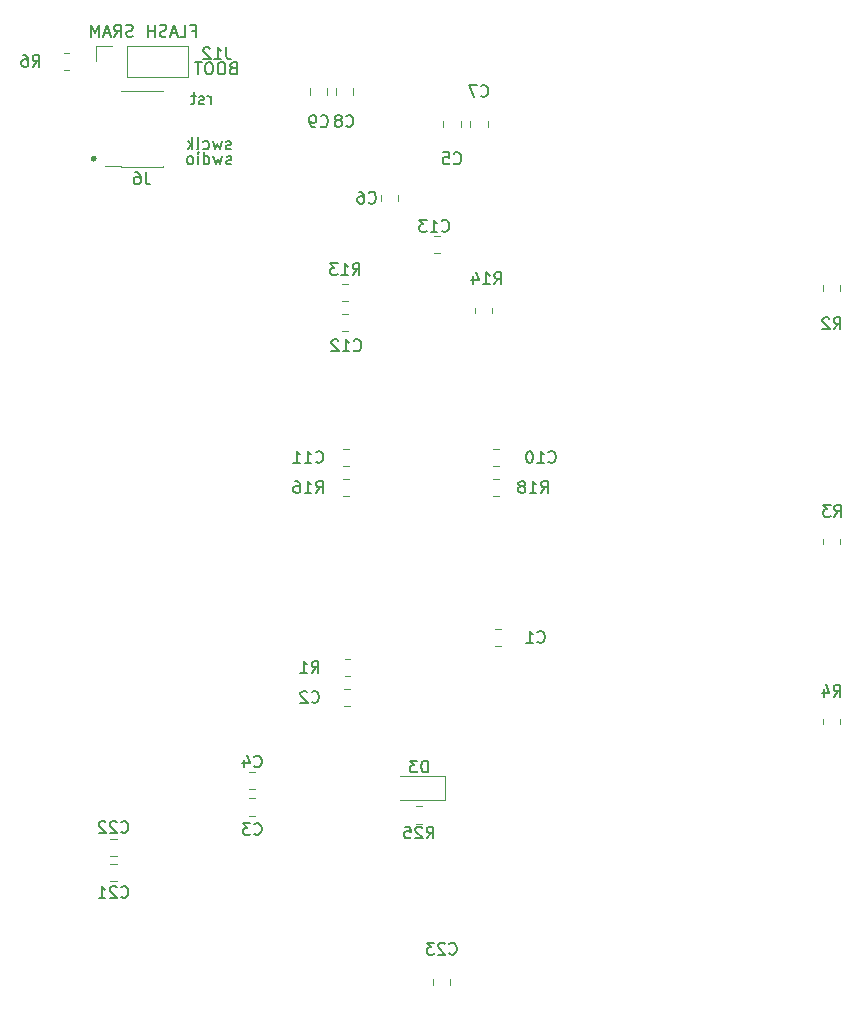
<source format=gbr>
%TF.GenerationSoftware,KiCad,Pcbnew,7.0.1-3b83917a11~172~ubuntu22.04.1*%
%TF.CreationDate,2023-04-03T22:42:05+01:00*%
%TF.ProjectId,adsr_vca_fx,61647372-5f76-4636-915f-66782e6b6963,rev?*%
%TF.SameCoordinates,Original*%
%TF.FileFunction,Legend,Bot*%
%TF.FilePolarity,Positive*%
%FSLAX46Y46*%
G04 Gerber Fmt 4.6, Leading zero omitted, Abs format (unit mm)*
G04 Created by KiCad (PCBNEW 7.0.1-3b83917a11~172~ubuntu22.04.1) date 2023-04-03 22:42:05*
%MOMM*%
%LPD*%
G01*
G04 APERTURE LIST*
%ADD10C,0.500000*%
%ADD11C,0.150000*%
%ADD12C,0.120000*%
G04 APERTURE END LIST*
D10*
X93726001Y-65405000D02*
G75*
G03*
X93726001Y-65405000I-1J0D01*
G01*
D11*
%TO.C,R4*%
X156376666Y-110952619D02*
X156709999Y-110476428D01*
X156948094Y-110952619D02*
X156948094Y-109952619D01*
X156948094Y-109952619D02*
X156567142Y-109952619D01*
X156567142Y-109952619D02*
X156471904Y-110000238D01*
X156471904Y-110000238D02*
X156424285Y-110047857D01*
X156424285Y-110047857D02*
X156376666Y-110143095D01*
X156376666Y-110143095D02*
X156376666Y-110285952D01*
X156376666Y-110285952D02*
X156424285Y-110381190D01*
X156424285Y-110381190D02*
X156471904Y-110428809D01*
X156471904Y-110428809D02*
X156567142Y-110476428D01*
X156567142Y-110476428D02*
X156948094Y-110476428D01*
X155519523Y-110285952D02*
X155519523Y-110952619D01*
X155757618Y-109905000D02*
X155995713Y-110619285D01*
X155995713Y-110619285D02*
X155376666Y-110619285D01*
%TO.C,C12*%
X115756057Y-81607180D02*
X115803676Y-81654800D01*
X115803676Y-81654800D02*
X115946533Y-81702419D01*
X115946533Y-81702419D02*
X116041771Y-81702419D01*
X116041771Y-81702419D02*
X116184628Y-81654800D01*
X116184628Y-81654800D02*
X116279866Y-81559561D01*
X116279866Y-81559561D02*
X116327485Y-81464323D01*
X116327485Y-81464323D02*
X116375104Y-81273847D01*
X116375104Y-81273847D02*
X116375104Y-81130990D01*
X116375104Y-81130990D02*
X116327485Y-80940514D01*
X116327485Y-80940514D02*
X116279866Y-80845276D01*
X116279866Y-80845276D02*
X116184628Y-80750038D01*
X116184628Y-80750038D02*
X116041771Y-80702419D01*
X116041771Y-80702419D02*
X115946533Y-80702419D01*
X115946533Y-80702419D02*
X115803676Y-80750038D01*
X115803676Y-80750038D02*
X115756057Y-80797657D01*
X114803676Y-81702419D02*
X115375104Y-81702419D01*
X115089390Y-81702419D02*
X115089390Y-80702419D01*
X115089390Y-80702419D02*
X115184628Y-80845276D01*
X115184628Y-80845276D02*
X115279866Y-80940514D01*
X115279866Y-80940514D02*
X115375104Y-80988133D01*
X114422723Y-80797657D02*
X114375104Y-80750038D01*
X114375104Y-80750038D02*
X114279866Y-80702419D01*
X114279866Y-80702419D02*
X114041771Y-80702419D01*
X114041771Y-80702419D02*
X113946533Y-80750038D01*
X113946533Y-80750038D02*
X113898914Y-80797657D01*
X113898914Y-80797657D02*
X113851295Y-80892895D01*
X113851295Y-80892895D02*
X113851295Y-80988133D01*
X113851295Y-80988133D02*
X113898914Y-81130990D01*
X113898914Y-81130990D02*
X114470342Y-81702419D01*
X114470342Y-81702419D02*
X113851295Y-81702419D01*
%TO.C,C9*%
X112942666Y-62638780D02*
X112990285Y-62686400D01*
X112990285Y-62686400D02*
X113133142Y-62734019D01*
X113133142Y-62734019D02*
X113228380Y-62734019D01*
X113228380Y-62734019D02*
X113371237Y-62686400D01*
X113371237Y-62686400D02*
X113466475Y-62591161D01*
X113466475Y-62591161D02*
X113514094Y-62495923D01*
X113514094Y-62495923D02*
X113561713Y-62305447D01*
X113561713Y-62305447D02*
X113561713Y-62162590D01*
X113561713Y-62162590D02*
X113514094Y-61972114D01*
X113514094Y-61972114D02*
X113466475Y-61876876D01*
X113466475Y-61876876D02*
X113371237Y-61781638D01*
X113371237Y-61781638D02*
X113228380Y-61734019D01*
X113228380Y-61734019D02*
X113133142Y-61734019D01*
X113133142Y-61734019D02*
X112990285Y-61781638D01*
X112990285Y-61781638D02*
X112942666Y-61829257D01*
X112466475Y-62734019D02*
X112275999Y-62734019D01*
X112275999Y-62734019D02*
X112180761Y-62686400D01*
X112180761Y-62686400D02*
X112133142Y-62638780D01*
X112133142Y-62638780D02*
X112037904Y-62495923D01*
X112037904Y-62495923D02*
X111990285Y-62305447D01*
X111990285Y-62305447D02*
X111990285Y-61924495D01*
X111990285Y-61924495D02*
X112037904Y-61829257D01*
X112037904Y-61829257D02*
X112085523Y-61781638D01*
X112085523Y-61781638D02*
X112180761Y-61734019D01*
X112180761Y-61734019D02*
X112371237Y-61734019D01*
X112371237Y-61734019D02*
X112466475Y-61781638D01*
X112466475Y-61781638D02*
X112514094Y-61829257D01*
X112514094Y-61829257D02*
X112561713Y-61924495D01*
X112561713Y-61924495D02*
X112561713Y-62162590D01*
X112561713Y-62162590D02*
X112514094Y-62257828D01*
X112514094Y-62257828D02*
X112466475Y-62305447D01*
X112466475Y-62305447D02*
X112371237Y-62353066D01*
X112371237Y-62353066D02*
X112180761Y-62353066D01*
X112180761Y-62353066D02*
X112085523Y-62305447D01*
X112085523Y-62305447D02*
X112037904Y-62257828D01*
X112037904Y-62257828D02*
X111990285Y-62162590D01*
%TO.C,R2*%
X156376666Y-79837619D02*
X156709999Y-79361428D01*
X156948094Y-79837619D02*
X156948094Y-78837619D01*
X156948094Y-78837619D02*
X156567142Y-78837619D01*
X156567142Y-78837619D02*
X156471904Y-78885238D01*
X156471904Y-78885238D02*
X156424285Y-78932857D01*
X156424285Y-78932857D02*
X156376666Y-79028095D01*
X156376666Y-79028095D02*
X156376666Y-79170952D01*
X156376666Y-79170952D02*
X156424285Y-79266190D01*
X156424285Y-79266190D02*
X156471904Y-79313809D01*
X156471904Y-79313809D02*
X156567142Y-79361428D01*
X156567142Y-79361428D02*
X156948094Y-79361428D01*
X155995713Y-78932857D02*
X155948094Y-78885238D01*
X155948094Y-78885238D02*
X155852856Y-78837619D01*
X155852856Y-78837619D02*
X155614761Y-78837619D01*
X155614761Y-78837619D02*
X155519523Y-78885238D01*
X155519523Y-78885238D02*
X155471904Y-78932857D01*
X155471904Y-78932857D02*
X155424285Y-79028095D01*
X155424285Y-79028095D02*
X155424285Y-79123333D01*
X155424285Y-79123333D02*
X155471904Y-79266190D01*
X155471904Y-79266190D02*
X156043332Y-79837619D01*
X156043332Y-79837619D02*
X155424285Y-79837619D01*
%TO.C,R14*%
X127642857Y-76027619D02*
X127976190Y-75551428D01*
X128214285Y-76027619D02*
X128214285Y-75027619D01*
X128214285Y-75027619D02*
X127833333Y-75027619D01*
X127833333Y-75027619D02*
X127738095Y-75075238D01*
X127738095Y-75075238D02*
X127690476Y-75122857D01*
X127690476Y-75122857D02*
X127642857Y-75218095D01*
X127642857Y-75218095D02*
X127642857Y-75360952D01*
X127642857Y-75360952D02*
X127690476Y-75456190D01*
X127690476Y-75456190D02*
X127738095Y-75503809D01*
X127738095Y-75503809D02*
X127833333Y-75551428D01*
X127833333Y-75551428D02*
X128214285Y-75551428D01*
X126690476Y-76027619D02*
X127261904Y-76027619D01*
X126976190Y-76027619D02*
X126976190Y-75027619D01*
X126976190Y-75027619D02*
X127071428Y-75170476D01*
X127071428Y-75170476D02*
X127166666Y-75265714D01*
X127166666Y-75265714D02*
X127261904Y-75313333D01*
X125833333Y-75360952D02*
X125833333Y-76027619D01*
X126071428Y-74980000D02*
X126309523Y-75694285D01*
X126309523Y-75694285D02*
X125690476Y-75694285D01*
%TO.C,C22*%
X96049857Y-122385380D02*
X96097476Y-122433000D01*
X96097476Y-122433000D02*
X96240333Y-122480619D01*
X96240333Y-122480619D02*
X96335571Y-122480619D01*
X96335571Y-122480619D02*
X96478428Y-122433000D01*
X96478428Y-122433000D02*
X96573666Y-122337761D01*
X96573666Y-122337761D02*
X96621285Y-122242523D01*
X96621285Y-122242523D02*
X96668904Y-122052047D01*
X96668904Y-122052047D02*
X96668904Y-121909190D01*
X96668904Y-121909190D02*
X96621285Y-121718714D01*
X96621285Y-121718714D02*
X96573666Y-121623476D01*
X96573666Y-121623476D02*
X96478428Y-121528238D01*
X96478428Y-121528238D02*
X96335571Y-121480619D01*
X96335571Y-121480619D02*
X96240333Y-121480619D01*
X96240333Y-121480619D02*
X96097476Y-121528238D01*
X96097476Y-121528238D02*
X96049857Y-121575857D01*
X95668904Y-121575857D02*
X95621285Y-121528238D01*
X95621285Y-121528238D02*
X95526047Y-121480619D01*
X95526047Y-121480619D02*
X95287952Y-121480619D01*
X95287952Y-121480619D02*
X95192714Y-121528238D01*
X95192714Y-121528238D02*
X95145095Y-121575857D01*
X95145095Y-121575857D02*
X95097476Y-121671095D01*
X95097476Y-121671095D02*
X95097476Y-121766333D01*
X95097476Y-121766333D02*
X95145095Y-121909190D01*
X95145095Y-121909190D02*
X95716523Y-122480619D01*
X95716523Y-122480619D02*
X95097476Y-122480619D01*
X94716523Y-121575857D02*
X94668904Y-121528238D01*
X94668904Y-121528238D02*
X94573666Y-121480619D01*
X94573666Y-121480619D02*
X94335571Y-121480619D01*
X94335571Y-121480619D02*
X94240333Y-121528238D01*
X94240333Y-121528238D02*
X94192714Y-121575857D01*
X94192714Y-121575857D02*
X94145095Y-121671095D01*
X94145095Y-121671095D02*
X94145095Y-121766333D01*
X94145095Y-121766333D02*
X94192714Y-121909190D01*
X94192714Y-121909190D02*
X94764142Y-122480619D01*
X94764142Y-122480619D02*
X94145095Y-122480619D01*
%TO.C,C6*%
X117006666Y-69110380D02*
X117054285Y-69158000D01*
X117054285Y-69158000D02*
X117197142Y-69205619D01*
X117197142Y-69205619D02*
X117292380Y-69205619D01*
X117292380Y-69205619D02*
X117435237Y-69158000D01*
X117435237Y-69158000D02*
X117530475Y-69062761D01*
X117530475Y-69062761D02*
X117578094Y-68967523D01*
X117578094Y-68967523D02*
X117625713Y-68777047D01*
X117625713Y-68777047D02*
X117625713Y-68634190D01*
X117625713Y-68634190D02*
X117578094Y-68443714D01*
X117578094Y-68443714D02*
X117530475Y-68348476D01*
X117530475Y-68348476D02*
X117435237Y-68253238D01*
X117435237Y-68253238D02*
X117292380Y-68205619D01*
X117292380Y-68205619D02*
X117197142Y-68205619D01*
X117197142Y-68205619D02*
X117054285Y-68253238D01*
X117054285Y-68253238D02*
X117006666Y-68300857D01*
X116149523Y-68205619D02*
X116339999Y-68205619D01*
X116339999Y-68205619D02*
X116435237Y-68253238D01*
X116435237Y-68253238D02*
X116482856Y-68300857D01*
X116482856Y-68300857D02*
X116578094Y-68443714D01*
X116578094Y-68443714D02*
X116625713Y-68634190D01*
X116625713Y-68634190D02*
X116625713Y-69015142D01*
X116625713Y-69015142D02*
X116578094Y-69110380D01*
X116578094Y-69110380D02*
X116530475Y-69158000D01*
X116530475Y-69158000D02*
X116435237Y-69205619D01*
X116435237Y-69205619D02*
X116244761Y-69205619D01*
X116244761Y-69205619D02*
X116149523Y-69158000D01*
X116149523Y-69158000D02*
X116101904Y-69110380D01*
X116101904Y-69110380D02*
X116054285Y-69015142D01*
X116054285Y-69015142D02*
X116054285Y-68777047D01*
X116054285Y-68777047D02*
X116101904Y-68681809D01*
X116101904Y-68681809D02*
X116149523Y-68634190D01*
X116149523Y-68634190D02*
X116244761Y-68586571D01*
X116244761Y-68586571D02*
X116435237Y-68586571D01*
X116435237Y-68586571D02*
X116530475Y-68634190D01*
X116530475Y-68634190D02*
X116578094Y-68681809D01*
X116578094Y-68681809D02*
X116625713Y-68777047D01*
%TO.C,C21*%
X96049857Y-127904380D02*
X96097476Y-127952000D01*
X96097476Y-127952000D02*
X96240333Y-127999619D01*
X96240333Y-127999619D02*
X96335571Y-127999619D01*
X96335571Y-127999619D02*
X96478428Y-127952000D01*
X96478428Y-127952000D02*
X96573666Y-127856761D01*
X96573666Y-127856761D02*
X96621285Y-127761523D01*
X96621285Y-127761523D02*
X96668904Y-127571047D01*
X96668904Y-127571047D02*
X96668904Y-127428190D01*
X96668904Y-127428190D02*
X96621285Y-127237714D01*
X96621285Y-127237714D02*
X96573666Y-127142476D01*
X96573666Y-127142476D02*
X96478428Y-127047238D01*
X96478428Y-127047238D02*
X96335571Y-126999619D01*
X96335571Y-126999619D02*
X96240333Y-126999619D01*
X96240333Y-126999619D02*
X96097476Y-127047238D01*
X96097476Y-127047238D02*
X96049857Y-127094857D01*
X95668904Y-127094857D02*
X95621285Y-127047238D01*
X95621285Y-127047238D02*
X95526047Y-126999619D01*
X95526047Y-126999619D02*
X95287952Y-126999619D01*
X95287952Y-126999619D02*
X95192714Y-127047238D01*
X95192714Y-127047238D02*
X95145095Y-127094857D01*
X95145095Y-127094857D02*
X95097476Y-127190095D01*
X95097476Y-127190095D02*
X95097476Y-127285333D01*
X95097476Y-127285333D02*
X95145095Y-127428190D01*
X95145095Y-127428190D02*
X95716523Y-127999619D01*
X95716523Y-127999619D02*
X95097476Y-127999619D01*
X94145095Y-127999619D02*
X94716523Y-127999619D01*
X94430809Y-127999619D02*
X94430809Y-126999619D01*
X94430809Y-126999619D02*
X94526047Y-127142476D01*
X94526047Y-127142476D02*
X94621285Y-127237714D01*
X94621285Y-127237714D02*
X94716523Y-127285333D01*
%TO.C,C10*%
X132230357Y-91060380D02*
X132277976Y-91108000D01*
X132277976Y-91108000D02*
X132420833Y-91155619D01*
X132420833Y-91155619D02*
X132516071Y-91155619D01*
X132516071Y-91155619D02*
X132658928Y-91108000D01*
X132658928Y-91108000D02*
X132754166Y-91012761D01*
X132754166Y-91012761D02*
X132801785Y-90917523D01*
X132801785Y-90917523D02*
X132849404Y-90727047D01*
X132849404Y-90727047D02*
X132849404Y-90584190D01*
X132849404Y-90584190D02*
X132801785Y-90393714D01*
X132801785Y-90393714D02*
X132754166Y-90298476D01*
X132754166Y-90298476D02*
X132658928Y-90203238D01*
X132658928Y-90203238D02*
X132516071Y-90155619D01*
X132516071Y-90155619D02*
X132420833Y-90155619D01*
X132420833Y-90155619D02*
X132277976Y-90203238D01*
X132277976Y-90203238D02*
X132230357Y-90250857D01*
X131277976Y-91155619D02*
X131849404Y-91155619D01*
X131563690Y-91155619D02*
X131563690Y-90155619D01*
X131563690Y-90155619D02*
X131658928Y-90298476D01*
X131658928Y-90298476D02*
X131754166Y-90393714D01*
X131754166Y-90393714D02*
X131849404Y-90441333D01*
X130658928Y-90155619D02*
X130563690Y-90155619D01*
X130563690Y-90155619D02*
X130468452Y-90203238D01*
X130468452Y-90203238D02*
X130420833Y-90250857D01*
X130420833Y-90250857D02*
X130373214Y-90346095D01*
X130373214Y-90346095D02*
X130325595Y-90536571D01*
X130325595Y-90536571D02*
X130325595Y-90774666D01*
X130325595Y-90774666D02*
X130373214Y-90965142D01*
X130373214Y-90965142D02*
X130420833Y-91060380D01*
X130420833Y-91060380D02*
X130468452Y-91108000D01*
X130468452Y-91108000D02*
X130563690Y-91155619D01*
X130563690Y-91155619D02*
X130658928Y-91155619D01*
X130658928Y-91155619D02*
X130754166Y-91108000D01*
X130754166Y-91108000D02*
X130801785Y-91060380D01*
X130801785Y-91060380D02*
X130849404Y-90965142D01*
X130849404Y-90965142D02*
X130897023Y-90774666D01*
X130897023Y-90774666D02*
X130897023Y-90536571D01*
X130897023Y-90536571D02*
X130849404Y-90346095D01*
X130849404Y-90346095D02*
X130801785Y-90250857D01*
X130801785Y-90250857D02*
X130754166Y-90203238D01*
X130754166Y-90203238D02*
X130658928Y-90155619D01*
%TO.C,C8*%
X115101666Y-62622780D02*
X115149285Y-62670400D01*
X115149285Y-62670400D02*
X115292142Y-62718019D01*
X115292142Y-62718019D02*
X115387380Y-62718019D01*
X115387380Y-62718019D02*
X115530237Y-62670400D01*
X115530237Y-62670400D02*
X115625475Y-62575161D01*
X115625475Y-62575161D02*
X115673094Y-62479923D01*
X115673094Y-62479923D02*
X115720713Y-62289447D01*
X115720713Y-62289447D02*
X115720713Y-62146590D01*
X115720713Y-62146590D02*
X115673094Y-61956114D01*
X115673094Y-61956114D02*
X115625475Y-61860876D01*
X115625475Y-61860876D02*
X115530237Y-61765638D01*
X115530237Y-61765638D02*
X115387380Y-61718019D01*
X115387380Y-61718019D02*
X115292142Y-61718019D01*
X115292142Y-61718019D02*
X115149285Y-61765638D01*
X115149285Y-61765638D02*
X115101666Y-61813257D01*
X114530237Y-62146590D02*
X114625475Y-62098971D01*
X114625475Y-62098971D02*
X114673094Y-62051352D01*
X114673094Y-62051352D02*
X114720713Y-61956114D01*
X114720713Y-61956114D02*
X114720713Y-61908495D01*
X114720713Y-61908495D02*
X114673094Y-61813257D01*
X114673094Y-61813257D02*
X114625475Y-61765638D01*
X114625475Y-61765638D02*
X114530237Y-61718019D01*
X114530237Y-61718019D02*
X114339761Y-61718019D01*
X114339761Y-61718019D02*
X114244523Y-61765638D01*
X114244523Y-61765638D02*
X114196904Y-61813257D01*
X114196904Y-61813257D02*
X114149285Y-61908495D01*
X114149285Y-61908495D02*
X114149285Y-61956114D01*
X114149285Y-61956114D02*
X114196904Y-62051352D01*
X114196904Y-62051352D02*
X114244523Y-62098971D01*
X114244523Y-62098971D02*
X114339761Y-62146590D01*
X114339761Y-62146590D02*
X114530237Y-62146590D01*
X114530237Y-62146590D02*
X114625475Y-62194209D01*
X114625475Y-62194209D02*
X114673094Y-62241828D01*
X114673094Y-62241828D02*
X114720713Y-62337066D01*
X114720713Y-62337066D02*
X114720713Y-62527542D01*
X114720713Y-62527542D02*
X114673094Y-62622780D01*
X114673094Y-62622780D02*
X114625475Y-62670400D01*
X114625475Y-62670400D02*
X114530237Y-62718019D01*
X114530237Y-62718019D02*
X114339761Y-62718019D01*
X114339761Y-62718019D02*
X114244523Y-62670400D01*
X114244523Y-62670400D02*
X114196904Y-62622780D01*
X114196904Y-62622780D02*
X114149285Y-62527542D01*
X114149285Y-62527542D02*
X114149285Y-62337066D01*
X114149285Y-62337066D02*
X114196904Y-62241828D01*
X114196904Y-62241828D02*
X114244523Y-62194209D01*
X114244523Y-62194209D02*
X114339761Y-62146590D01*
%TO.C,C23*%
X123832857Y-132694380D02*
X123880476Y-132742000D01*
X123880476Y-132742000D02*
X124023333Y-132789619D01*
X124023333Y-132789619D02*
X124118571Y-132789619D01*
X124118571Y-132789619D02*
X124261428Y-132742000D01*
X124261428Y-132742000D02*
X124356666Y-132646761D01*
X124356666Y-132646761D02*
X124404285Y-132551523D01*
X124404285Y-132551523D02*
X124451904Y-132361047D01*
X124451904Y-132361047D02*
X124451904Y-132218190D01*
X124451904Y-132218190D02*
X124404285Y-132027714D01*
X124404285Y-132027714D02*
X124356666Y-131932476D01*
X124356666Y-131932476D02*
X124261428Y-131837238D01*
X124261428Y-131837238D02*
X124118571Y-131789619D01*
X124118571Y-131789619D02*
X124023333Y-131789619D01*
X124023333Y-131789619D02*
X123880476Y-131837238D01*
X123880476Y-131837238D02*
X123832857Y-131884857D01*
X123451904Y-131884857D02*
X123404285Y-131837238D01*
X123404285Y-131837238D02*
X123309047Y-131789619D01*
X123309047Y-131789619D02*
X123070952Y-131789619D01*
X123070952Y-131789619D02*
X122975714Y-131837238D01*
X122975714Y-131837238D02*
X122928095Y-131884857D01*
X122928095Y-131884857D02*
X122880476Y-131980095D01*
X122880476Y-131980095D02*
X122880476Y-132075333D01*
X122880476Y-132075333D02*
X122928095Y-132218190D01*
X122928095Y-132218190D02*
X123499523Y-132789619D01*
X123499523Y-132789619D02*
X122880476Y-132789619D01*
X122547142Y-131789619D02*
X121928095Y-131789619D01*
X121928095Y-131789619D02*
X122261428Y-132170571D01*
X122261428Y-132170571D02*
X122118571Y-132170571D01*
X122118571Y-132170571D02*
X122023333Y-132218190D01*
X122023333Y-132218190D02*
X121975714Y-132265809D01*
X121975714Y-132265809D02*
X121928095Y-132361047D01*
X121928095Y-132361047D02*
X121928095Y-132599142D01*
X121928095Y-132599142D02*
X121975714Y-132694380D01*
X121975714Y-132694380D02*
X122023333Y-132742000D01*
X122023333Y-132742000D02*
X122118571Y-132789619D01*
X122118571Y-132789619D02*
X122404285Y-132789619D01*
X122404285Y-132789619D02*
X122499523Y-132742000D01*
X122499523Y-132742000D02*
X122547142Y-132694380D01*
%TO.C,C7*%
X126506666Y-60083980D02*
X126554285Y-60131600D01*
X126554285Y-60131600D02*
X126697142Y-60179219D01*
X126697142Y-60179219D02*
X126792380Y-60179219D01*
X126792380Y-60179219D02*
X126935237Y-60131600D01*
X126935237Y-60131600D02*
X127030475Y-60036361D01*
X127030475Y-60036361D02*
X127078094Y-59941123D01*
X127078094Y-59941123D02*
X127125713Y-59750647D01*
X127125713Y-59750647D02*
X127125713Y-59607790D01*
X127125713Y-59607790D02*
X127078094Y-59417314D01*
X127078094Y-59417314D02*
X127030475Y-59322076D01*
X127030475Y-59322076D02*
X126935237Y-59226838D01*
X126935237Y-59226838D02*
X126792380Y-59179219D01*
X126792380Y-59179219D02*
X126697142Y-59179219D01*
X126697142Y-59179219D02*
X126554285Y-59226838D01*
X126554285Y-59226838D02*
X126506666Y-59274457D01*
X126173332Y-59179219D02*
X125506666Y-59179219D01*
X125506666Y-59179219D02*
X125935237Y-60179219D01*
%TO.C,C4*%
X107315689Y-116844380D02*
X107363308Y-116892000D01*
X107363308Y-116892000D02*
X107506165Y-116939619D01*
X107506165Y-116939619D02*
X107601403Y-116939619D01*
X107601403Y-116939619D02*
X107744260Y-116892000D01*
X107744260Y-116892000D02*
X107839498Y-116796761D01*
X107839498Y-116796761D02*
X107887117Y-116701523D01*
X107887117Y-116701523D02*
X107934736Y-116511047D01*
X107934736Y-116511047D02*
X107934736Y-116368190D01*
X107934736Y-116368190D02*
X107887117Y-116177714D01*
X107887117Y-116177714D02*
X107839498Y-116082476D01*
X107839498Y-116082476D02*
X107744260Y-115987238D01*
X107744260Y-115987238D02*
X107601403Y-115939619D01*
X107601403Y-115939619D02*
X107506165Y-115939619D01*
X107506165Y-115939619D02*
X107363308Y-115987238D01*
X107363308Y-115987238D02*
X107315689Y-116034857D01*
X106458546Y-116272952D02*
X106458546Y-116939619D01*
X106696641Y-115892000D02*
X106934736Y-116606285D01*
X106934736Y-116606285D02*
X106315689Y-116606285D01*
%TO.C,R1*%
X112180166Y-108935619D02*
X112513499Y-108459428D01*
X112751594Y-108935619D02*
X112751594Y-107935619D01*
X112751594Y-107935619D02*
X112370642Y-107935619D01*
X112370642Y-107935619D02*
X112275404Y-107983238D01*
X112275404Y-107983238D02*
X112227785Y-108030857D01*
X112227785Y-108030857D02*
X112180166Y-108126095D01*
X112180166Y-108126095D02*
X112180166Y-108268952D01*
X112180166Y-108268952D02*
X112227785Y-108364190D01*
X112227785Y-108364190D02*
X112275404Y-108411809D01*
X112275404Y-108411809D02*
X112370642Y-108459428D01*
X112370642Y-108459428D02*
X112751594Y-108459428D01*
X111227785Y-108935619D02*
X111799213Y-108935619D01*
X111513499Y-108935619D02*
X111513499Y-107935619D01*
X111513499Y-107935619D02*
X111608737Y-108078476D01*
X111608737Y-108078476D02*
X111703975Y-108173714D01*
X111703975Y-108173714D02*
X111799213Y-108221333D01*
%TO.C,C2*%
X112180166Y-111380380D02*
X112227785Y-111428000D01*
X112227785Y-111428000D02*
X112370642Y-111475619D01*
X112370642Y-111475619D02*
X112465880Y-111475619D01*
X112465880Y-111475619D02*
X112608737Y-111428000D01*
X112608737Y-111428000D02*
X112703975Y-111332761D01*
X112703975Y-111332761D02*
X112751594Y-111237523D01*
X112751594Y-111237523D02*
X112799213Y-111047047D01*
X112799213Y-111047047D02*
X112799213Y-110904190D01*
X112799213Y-110904190D02*
X112751594Y-110713714D01*
X112751594Y-110713714D02*
X112703975Y-110618476D01*
X112703975Y-110618476D02*
X112608737Y-110523238D01*
X112608737Y-110523238D02*
X112465880Y-110475619D01*
X112465880Y-110475619D02*
X112370642Y-110475619D01*
X112370642Y-110475619D02*
X112227785Y-110523238D01*
X112227785Y-110523238D02*
X112180166Y-110570857D01*
X111799213Y-110570857D02*
X111751594Y-110523238D01*
X111751594Y-110523238D02*
X111656356Y-110475619D01*
X111656356Y-110475619D02*
X111418261Y-110475619D01*
X111418261Y-110475619D02*
X111323023Y-110523238D01*
X111323023Y-110523238D02*
X111275404Y-110570857D01*
X111275404Y-110570857D02*
X111227785Y-110666095D01*
X111227785Y-110666095D02*
X111227785Y-110761333D01*
X111227785Y-110761333D02*
X111275404Y-110904190D01*
X111275404Y-110904190D02*
X111846832Y-111475619D01*
X111846832Y-111475619D02*
X111227785Y-111475619D01*
%TO.C,R16*%
X112545357Y-93695619D02*
X112878690Y-93219428D01*
X113116785Y-93695619D02*
X113116785Y-92695619D01*
X113116785Y-92695619D02*
X112735833Y-92695619D01*
X112735833Y-92695619D02*
X112640595Y-92743238D01*
X112640595Y-92743238D02*
X112592976Y-92790857D01*
X112592976Y-92790857D02*
X112545357Y-92886095D01*
X112545357Y-92886095D02*
X112545357Y-93028952D01*
X112545357Y-93028952D02*
X112592976Y-93124190D01*
X112592976Y-93124190D02*
X112640595Y-93171809D01*
X112640595Y-93171809D02*
X112735833Y-93219428D01*
X112735833Y-93219428D02*
X113116785Y-93219428D01*
X111592976Y-93695619D02*
X112164404Y-93695619D01*
X111878690Y-93695619D02*
X111878690Y-92695619D01*
X111878690Y-92695619D02*
X111973928Y-92838476D01*
X111973928Y-92838476D02*
X112069166Y-92933714D01*
X112069166Y-92933714D02*
X112164404Y-92981333D01*
X110735833Y-92695619D02*
X110926309Y-92695619D01*
X110926309Y-92695619D02*
X111021547Y-92743238D01*
X111021547Y-92743238D02*
X111069166Y-92790857D01*
X111069166Y-92790857D02*
X111164404Y-92933714D01*
X111164404Y-92933714D02*
X111212023Y-93124190D01*
X111212023Y-93124190D02*
X111212023Y-93505142D01*
X111212023Y-93505142D02*
X111164404Y-93600380D01*
X111164404Y-93600380D02*
X111116785Y-93648000D01*
X111116785Y-93648000D02*
X111021547Y-93695619D01*
X111021547Y-93695619D02*
X110831071Y-93695619D01*
X110831071Y-93695619D02*
X110735833Y-93648000D01*
X110735833Y-93648000D02*
X110688214Y-93600380D01*
X110688214Y-93600380D02*
X110640595Y-93505142D01*
X110640595Y-93505142D02*
X110640595Y-93267047D01*
X110640595Y-93267047D02*
X110688214Y-93171809D01*
X110688214Y-93171809D02*
X110735833Y-93124190D01*
X110735833Y-93124190D02*
X110831071Y-93076571D01*
X110831071Y-93076571D02*
X111021547Y-93076571D01*
X111021547Y-93076571D02*
X111116785Y-93124190D01*
X111116785Y-93124190D02*
X111164404Y-93171809D01*
X111164404Y-93171809D02*
X111212023Y-93267047D01*
%TO.C,R25*%
X121911857Y-122951369D02*
X122245190Y-122475178D01*
X122483285Y-122951369D02*
X122483285Y-121951369D01*
X122483285Y-121951369D02*
X122102333Y-121951369D01*
X122102333Y-121951369D02*
X122007095Y-121998988D01*
X122007095Y-121998988D02*
X121959476Y-122046607D01*
X121959476Y-122046607D02*
X121911857Y-122141845D01*
X121911857Y-122141845D02*
X121911857Y-122284702D01*
X121911857Y-122284702D02*
X121959476Y-122379940D01*
X121959476Y-122379940D02*
X122007095Y-122427559D01*
X122007095Y-122427559D02*
X122102333Y-122475178D01*
X122102333Y-122475178D02*
X122483285Y-122475178D01*
X121530904Y-122046607D02*
X121483285Y-121998988D01*
X121483285Y-121998988D02*
X121388047Y-121951369D01*
X121388047Y-121951369D02*
X121149952Y-121951369D01*
X121149952Y-121951369D02*
X121054714Y-121998988D01*
X121054714Y-121998988D02*
X121007095Y-122046607D01*
X121007095Y-122046607D02*
X120959476Y-122141845D01*
X120959476Y-122141845D02*
X120959476Y-122237083D01*
X120959476Y-122237083D02*
X121007095Y-122379940D01*
X121007095Y-122379940D02*
X121578523Y-122951369D01*
X121578523Y-122951369D02*
X120959476Y-122951369D01*
X120054714Y-121951369D02*
X120530904Y-121951369D01*
X120530904Y-121951369D02*
X120578523Y-122427559D01*
X120578523Y-122427559D02*
X120530904Y-122379940D01*
X120530904Y-122379940D02*
X120435666Y-122332321D01*
X120435666Y-122332321D02*
X120197571Y-122332321D01*
X120197571Y-122332321D02*
X120102333Y-122379940D01*
X120102333Y-122379940D02*
X120054714Y-122427559D01*
X120054714Y-122427559D02*
X120007095Y-122522797D01*
X120007095Y-122522797D02*
X120007095Y-122760892D01*
X120007095Y-122760892D02*
X120054714Y-122856130D01*
X120054714Y-122856130D02*
X120102333Y-122903750D01*
X120102333Y-122903750D02*
X120197571Y-122951369D01*
X120197571Y-122951369D02*
X120435666Y-122951369D01*
X120435666Y-122951369D02*
X120530904Y-122903750D01*
X120530904Y-122903750D02*
X120578523Y-122856130D01*
%TO.C,C11*%
X112545357Y-91060380D02*
X112592976Y-91108000D01*
X112592976Y-91108000D02*
X112735833Y-91155619D01*
X112735833Y-91155619D02*
X112831071Y-91155619D01*
X112831071Y-91155619D02*
X112973928Y-91108000D01*
X112973928Y-91108000D02*
X113069166Y-91012761D01*
X113069166Y-91012761D02*
X113116785Y-90917523D01*
X113116785Y-90917523D02*
X113164404Y-90727047D01*
X113164404Y-90727047D02*
X113164404Y-90584190D01*
X113164404Y-90584190D02*
X113116785Y-90393714D01*
X113116785Y-90393714D02*
X113069166Y-90298476D01*
X113069166Y-90298476D02*
X112973928Y-90203238D01*
X112973928Y-90203238D02*
X112831071Y-90155619D01*
X112831071Y-90155619D02*
X112735833Y-90155619D01*
X112735833Y-90155619D02*
X112592976Y-90203238D01*
X112592976Y-90203238D02*
X112545357Y-90250857D01*
X111592976Y-91155619D02*
X112164404Y-91155619D01*
X111878690Y-91155619D02*
X111878690Y-90155619D01*
X111878690Y-90155619D02*
X111973928Y-90298476D01*
X111973928Y-90298476D02*
X112069166Y-90393714D01*
X112069166Y-90393714D02*
X112164404Y-90441333D01*
X110640595Y-91155619D02*
X111212023Y-91155619D01*
X110926309Y-91155619D02*
X110926309Y-90155619D01*
X110926309Y-90155619D02*
X111021547Y-90298476D01*
X111021547Y-90298476D02*
X111116785Y-90393714D01*
X111116785Y-90393714D02*
X111212023Y-90441333D01*
%TO.C,R13*%
X115654457Y-75250819D02*
X115987790Y-74774628D01*
X116225885Y-75250819D02*
X116225885Y-74250819D01*
X116225885Y-74250819D02*
X115844933Y-74250819D01*
X115844933Y-74250819D02*
X115749695Y-74298438D01*
X115749695Y-74298438D02*
X115702076Y-74346057D01*
X115702076Y-74346057D02*
X115654457Y-74441295D01*
X115654457Y-74441295D02*
X115654457Y-74584152D01*
X115654457Y-74584152D02*
X115702076Y-74679390D01*
X115702076Y-74679390D02*
X115749695Y-74727009D01*
X115749695Y-74727009D02*
X115844933Y-74774628D01*
X115844933Y-74774628D02*
X116225885Y-74774628D01*
X114702076Y-75250819D02*
X115273504Y-75250819D01*
X114987790Y-75250819D02*
X114987790Y-74250819D01*
X114987790Y-74250819D02*
X115083028Y-74393676D01*
X115083028Y-74393676D02*
X115178266Y-74488914D01*
X115178266Y-74488914D02*
X115273504Y-74536533D01*
X114368742Y-74250819D02*
X113749695Y-74250819D01*
X113749695Y-74250819D02*
X114083028Y-74631771D01*
X114083028Y-74631771D02*
X113940171Y-74631771D01*
X113940171Y-74631771D02*
X113844933Y-74679390D01*
X113844933Y-74679390D02*
X113797314Y-74727009D01*
X113797314Y-74727009D02*
X113749695Y-74822247D01*
X113749695Y-74822247D02*
X113749695Y-75060342D01*
X113749695Y-75060342D02*
X113797314Y-75155580D01*
X113797314Y-75155580D02*
X113844933Y-75203200D01*
X113844933Y-75203200D02*
X113940171Y-75250819D01*
X113940171Y-75250819D02*
X114225885Y-75250819D01*
X114225885Y-75250819D02*
X114321123Y-75203200D01*
X114321123Y-75203200D02*
X114368742Y-75155580D01*
%TO.C,J12*%
X104949523Y-55977619D02*
X104949523Y-56691904D01*
X104949523Y-56691904D02*
X104997142Y-56834761D01*
X104997142Y-56834761D02*
X105092380Y-56930000D01*
X105092380Y-56930000D02*
X105235237Y-56977619D01*
X105235237Y-56977619D02*
X105330475Y-56977619D01*
X103949523Y-56977619D02*
X104520951Y-56977619D01*
X104235237Y-56977619D02*
X104235237Y-55977619D01*
X104235237Y-55977619D02*
X104330475Y-56120476D01*
X104330475Y-56120476D02*
X104425713Y-56215714D01*
X104425713Y-56215714D02*
X104520951Y-56263333D01*
X103568570Y-56072857D02*
X103520951Y-56025238D01*
X103520951Y-56025238D02*
X103425713Y-55977619D01*
X103425713Y-55977619D02*
X103187618Y-55977619D01*
X103187618Y-55977619D02*
X103092380Y-56025238D01*
X103092380Y-56025238D02*
X103044761Y-56072857D01*
X103044761Y-56072857D02*
X102997142Y-56168095D01*
X102997142Y-56168095D02*
X102997142Y-56263333D01*
X102997142Y-56263333D02*
X103044761Y-56406190D01*
X103044761Y-56406190D02*
X103616189Y-56977619D01*
X103616189Y-56977619D02*
X102997142Y-56977619D01*
X102020476Y-54548809D02*
X102353809Y-54548809D01*
X102353809Y-55072619D02*
X102353809Y-54072619D01*
X102353809Y-54072619D02*
X101877619Y-54072619D01*
X101020476Y-55072619D02*
X101496666Y-55072619D01*
X101496666Y-55072619D02*
X101496666Y-54072619D01*
X100734761Y-54786904D02*
X100258571Y-54786904D01*
X100829999Y-55072619D02*
X100496666Y-54072619D01*
X100496666Y-54072619D02*
X100163333Y-55072619D01*
X99877618Y-55025000D02*
X99734761Y-55072619D01*
X99734761Y-55072619D02*
X99496666Y-55072619D01*
X99496666Y-55072619D02*
X99401428Y-55025000D01*
X99401428Y-55025000D02*
X99353809Y-54977380D01*
X99353809Y-54977380D02*
X99306190Y-54882142D01*
X99306190Y-54882142D02*
X99306190Y-54786904D01*
X99306190Y-54786904D02*
X99353809Y-54691666D01*
X99353809Y-54691666D02*
X99401428Y-54644047D01*
X99401428Y-54644047D02*
X99496666Y-54596428D01*
X99496666Y-54596428D02*
X99687142Y-54548809D01*
X99687142Y-54548809D02*
X99782380Y-54501190D01*
X99782380Y-54501190D02*
X99829999Y-54453571D01*
X99829999Y-54453571D02*
X99877618Y-54358333D01*
X99877618Y-54358333D02*
X99877618Y-54263095D01*
X99877618Y-54263095D02*
X99829999Y-54167857D01*
X99829999Y-54167857D02*
X99782380Y-54120238D01*
X99782380Y-54120238D02*
X99687142Y-54072619D01*
X99687142Y-54072619D02*
X99449047Y-54072619D01*
X99449047Y-54072619D02*
X99306190Y-54120238D01*
X98877618Y-55072619D02*
X98877618Y-54072619D01*
X98877618Y-54548809D02*
X98306190Y-54548809D01*
X98306190Y-55072619D02*
X98306190Y-54072619D01*
X105497142Y-57723809D02*
X105354285Y-57771428D01*
X105354285Y-57771428D02*
X105306666Y-57819047D01*
X105306666Y-57819047D02*
X105259047Y-57914285D01*
X105259047Y-57914285D02*
X105259047Y-58057142D01*
X105259047Y-58057142D02*
X105306666Y-58152380D01*
X105306666Y-58152380D02*
X105354285Y-58200000D01*
X105354285Y-58200000D02*
X105449523Y-58247619D01*
X105449523Y-58247619D02*
X105830475Y-58247619D01*
X105830475Y-58247619D02*
X105830475Y-57247619D01*
X105830475Y-57247619D02*
X105497142Y-57247619D01*
X105497142Y-57247619D02*
X105401904Y-57295238D01*
X105401904Y-57295238D02*
X105354285Y-57342857D01*
X105354285Y-57342857D02*
X105306666Y-57438095D01*
X105306666Y-57438095D02*
X105306666Y-57533333D01*
X105306666Y-57533333D02*
X105354285Y-57628571D01*
X105354285Y-57628571D02*
X105401904Y-57676190D01*
X105401904Y-57676190D02*
X105497142Y-57723809D01*
X105497142Y-57723809D02*
X105830475Y-57723809D01*
X104639999Y-57247619D02*
X104449523Y-57247619D01*
X104449523Y-57247619D02*
X104354285Y-57295238D01*
X104354285Y-57295238D02*
X104259047Y-57390476D01*
X104259047Y-57390476D02*
X104211428Y-57580952D01*
X104211428Y-57580952D02*
X104211428Y-57914285D01*
X104211428Y-57914285D02*
X104259047Y-58104761D01*
X104259047Y-58104761D02*
X104354285Y-58200000D01*
X104354285Y-58200000D02*
X104449523Y-58247619D01*
X104449523Y-58247619D02*
X104639999Y-58247619D01*
X104639999Y-58247619D02*
X104735237Y-58200000D01*
X104735237Y-58200000D02*
X104830475Y-58104761D01*
X104830475Y-58104761D02*
X104878094Y-57914285D01*
X104878094Y-57914285D02*
X104878094Y-57580952D01*
X104878094Y-57580952D02*
X104830475Y-57390476D01*
X104830475Y-57390476D02*
X104735237Y-57295238D01*
X104735237Y-57295238D02*
X104639999Y-57247619D01*
X103592380Y-57247619D02*
X103401904Y-57247619D01*
X103401904Y-57247619D02*
X103306666Y-57295238D01*
X103306666Y-57295238D02*
X103211428Y-57390476D01*
X103211428Y-57390476D02*
X103163809Y-57580952D01*
X103163809Y-57580952D02*
X103163809Y-57914285D01*
X103163809Y-57914285D02*
X103211428Y-58104761D01*
X103211428Y-58104761D02*
X103306666Y-58200000D01*
X103306666Y-58200000D02*
X103401904Y-58247619D01*
X103401904Y-58247619D02*
X103592380Y-58247619D01*
X103592380Y-58247619D02*
X103687618Y-58200000D01*
X103687618Y-58200000D02*
X103782856Y-58104761D01*
X103782856Y-58104761D02*
X103830475Y-57914285D01*
X103830475Y-57914285D02*
X103830475Y-57580952D01*
X103830475Y-57580952D02*
X103782856Y-57390476D01*
X103782856Y-57390476D02*
X103687618Y-57295238D01*
X103687618Y-57295238D02*
X103592380Y-57247619D01*
X102878094Y-57247619D02*
X102306666Y-57247619D01*
X102592380Y-58247619D02*
X102592380Y-57247619D01*
X97035713Y-55025000D02*
X96892856Y-55072619D01*
X96892856Y-55072619D02*
X96654761Y-55072619D01*
X96654761Y-55072619D02*
X96559523Y-55025000D01*
X96559523Y-55025000D02*
X96511904Y-54977380D01*
X96511904Y-54977380D02*
X96464285Y-54882142D01*
X96464285Y-54882142D02*
X96464285Y-54786904D01*
X96464285Y-54786904D02*
X96511904Y-54691666D01*
X96511904Y-54691666D02*
X96559523Y-54644047D01*
X96559523Y-54644047D02*
X96654761Y-54596428D01*
X96654761Y-54596428D02*
X96845237Y-54548809D01*
X96845237Y-54548809D02*
X96940475Y-54501190D01*
X96940475Y-54501190D02*
X96988094Y-54453571D01*
X96988094Y-54453571D02*
X97035713Y-54358333D01*
X97035713Y-54358333D02*
X97035713Y-54263095D01*
X97035713Y-54263095D02*
X96988094Y-54167857D01*
X96988094Y-54167857D02*
X96940475Y-54120238D01*
X96940475Y-54120238D02*
X96845237Y-54072619D01*
X96845237Y-54072619D02*
X96607142Y-54072619D01*
X96607142Y-54072619D02*
X96464285Y-54120238D01*
X95464285Y-55072619D02*
X95797618Y-54596428D01*
X96035713Y-55072619D02*
X96035713Y-54072619D01*
X96035713Y-54072619D02*
X95654761Y-54072619D01*
X95654761Y-54072619D02*
X95559523Y-54120238D01*
X95559523Y-54120238D02*
X95511904Y-54167857D01*
X95511904Y-54167857D02*
X95464285Y-54263095D01*
X95464285Y-54263095D02*
X95464285Y-54405952D01*
X95464285Y-54405952D02*
X95511904Y-54501190D01*
X95511904Y-54501190D02*
X95559523Y-54548809D01*
X95559523Y-54548809D02*
X95654761Y-54596428D01*
X95654761Y-54596428D02*
X96035713Y-54596428D01*
X95083332Y-54786904D02*
X94607142Y-54786904D01*
X95178570Y-55072619D02*
X94845237Y-54072619D01*
X94845237Y-54072619D02*
X94511904Y-55072619D01*
X94178570Y-55072619D02*
X94178570Y-54072619D01*
X94178570Y-54072619D02*
X93845237Y-54786904D01*
X93845237Y-54786904D02*
X93511904Y-54072619D01*
X93511904Y-54072619D02*
X93511904Y-55072619D01*
%TO.C,C5*%
X124220666Y-65772380D02*
X124268285Y-65820000D01*
X124268285Y-65820000D02*
X124411142Y-65867619D01*
X124411142Y-65867619D02*
X124506380Y-65867619D01*
X124506380Y-65867619D02*
X124649237Y-65820000D01*
X124649237Y-65820000D02*
X124744475Y-65724761D01*
X124744475Y-65724761D02*
X124792094Y-65629523D01*
X124792094Y-65629523D02*
X124839713Y-65439047D01*
X124839713Y-65439047D02*
X124839713Y-65296190D01*
X124839713Y-65296190D02*
X124792094Y-65105714D01*
X124792094Y-65105714D02*
X124744475Y-65010476D01*
X124744475Y-65010476D02*
X124649237Y-64915238D01*
X124649237Y-64915238D02*
X124506380Y-64867619D01*
X124506380Y-64867619D02*
X124411142Y-64867619D01*
X124411142Y-64867619D02*
X124268285Y-64915238D01*
X124268285Y-64915238D02*
X124220666Y-64962857D01*
X123315904Y-64867619D02*
X123792094Y-64867619D01*
X123792094Y-64867619D02*
X123839713Y-65343809D01*
X123839713Y-65343809D02*
X123792094Y-65296190D01*
X123792094Y-65296190D02*
X123696856Y-65248571D01*
X123696856Y-65248571D02*
X123458761Y-65248571D01*
X123458761Y-65248571D02*
X123363523Y-65296190D01*
X123363523Y-65296190D02*
X123315904Y-65343809D01*
X123315904Y-65343809D02*
X123268285Y-65439047D01*
X123268285Y-65439047D02*
X123268285Y-65677142D01*
X123268285Y-65677142D02*
X123315904Y-65772380D01*
X123315904Y-65772380D02*
X123363523Y-65820000D01*
X123363523Y-65820000D02*
X123458761Y-65867619D01*
X123458761Y-65867619D02*
X123696856Y-65867619D01*
X123696856Y-65867619D02*
X123792094Y-65820000D01*
X123792094Y-65820000D02*
X123839713Y-65772380D01*
%TO.C,R18*%
X131595357Y-93695619D02*
X131928690Y-93219428D01*
X132166785Y-93695619D02*
X132166785Y-92695619D01*
X132166785Y-92695619D02*
X131785833Y-92695619D01*
X131785833Y-92695619D02*
X131690595Y-92743238D01*
X131690595Y-92743238D02*
X131642976Y-92790857D01*
X131642976Y-92790857D02*
X131595357Y-92886095D01*
X131595357Y-92886095D02*
X131595357Y-93028952D01*
X131595357Y-93028952D02*
X131642976Y-93124190D01*
X131642976Y-93124190D02*
X131690595Y-93171809D01*
X131690595Y-93171809D02*
X131785833Y-93219428D01*
X131785833Y-93219428D02*
X132166785Y-93219428D01*
X130642976Y-93695619D02*
X131214404Y-93695619D01*
X130928690Y-93695619D02*
X130928690Y-92695619D01*
X130928690Y-92695619D02*
X131023928Y-92838476D01*
X131023928Y-92838476D02*
X131119166Y-92933714D01*
X131119166Y-92933714D02*
X131214404Y-92981333D01*
X130071547Y-93124190D02*
X130166785Y-93076571D01*
X130166785Y-93076571D02*
X130214404Y-93028952D01*
X130214404Y-93028952D02*
X130262023Y-92933714D01*
X130262023Y-92933714D02*
X130262023Y-92886095D01*
X130262023Y-92886095D02*
X130214404Y-92790857D01*
X130214404Y-92790857D02*
X130166785Y-92743238D01*
X130166785Y-92743238D02*
X130071547Y-92695619D01*
X130071547Y-92695619D02*
X129881071Y-92695619D01*
X129881071Y-92695619D02*
X129785833Y-92743238D01*
X129785833Y-92743238D02*
X129738214Y-92790857D01*
X129738214Y-92790857D02*
X129690595Y-92886095D01*
X129690595Y-92886095D02*
X129690595Y-92933714D01*
X129690595Y-92933714D02*
X129738214Y-93028952D01*
X129738214Y-93028952D02*
X129785833Y-93076571D01*
X129785833Y-93076571D02*
X129881071Y-93124190D01*
X129881071Y-93124190D02*
X130071547Y-93124190D01*
X130071547Y-93124190D02*
X130166785Y-93171809D01*
X130166785Y-93171809D02*
X130214404Y-93219428D01*
X130214404Y-93219428D02*
X130262023Y-93314666D01*
X130262023Y-93314666D02*
X130262023Y-93505142D01*
X130262023Y-93505142D02*
X130214404Y-93600380D01*
X130214404Y-93600380D02*
X130166785Y-93648000D01*
X130166785Y-93648000D02*
X130071547Y-93695619D01*
X130071547Y-93695619D02*
X129881071Y-93695619D01*
X129881071Y-93695619D02*
X129785833Y-93648000D01*
X129785833Y-93648000D02*
X129738214Y-93600380D01*
X129738214Y-93600380D02*
X129690595Y-93505142D01*
X129690595Y-93505142D02*
X129690595Y-93314666D01*
X129690595Y-93314666D02*
X129738214Y-93219428D01*
X129738214Y-93219428D02*
X129785833Y-93171809D01*
X129785833Y-93171809D02*
X129881071Y-93124190D01*
%TO.C,D3*%
X122023094Y-117363369D02*
X122023094Y-116363369D01*
X122023094Y-116363369D02*
X121784999Y-116363369D01*
X121784999Y-116363369D02*
X121642142Y-116410988D01*
X121642142Y-116410988D02*
X121546904Y-116506226D01*
X121546904Y-116506226D02*
X121499285Y-116601464D01*
X121499285Y-116601464D02*
X121451666Y-116791940D01*
X121451666Y-116791940D02*
X121451666Y-116934797D01*
X121451666Y-116934797D02*
X121499285Y-117125273D01*
X121499285Y-117125273D02*
X121546904Y-117220511D01*
X121546904Y-117220511D02*
X121642142Y-117315750D01*
X121642142Y-117315750D02*
X121784999Y-117363369D01*
X121784999Y-117363369D02*
X122023094Y-117363369D01*
X121118332Y-116363369D02*
X120499285Y-116363369D01*
X120499285Y-116363369D02*
X120832618Y-116744321D01*
X120832618Y-116744321D02*
X120689761Y-116744321D01*
X120689761Y-116744321D02*
X120594523Y-116791940D01*
X120594523Y-116791940D02*
X120546904Y-116839559D01*
X120546904Y-116839559D02*
X120499285Y-116934797D01*
X120499285Y-116934797D02*
X120499285Y-117172892D01*
X120499285Y-117172892D02*
X120546904Y-117268130D01*
X120546904Y-117268130D02*
X120594523Y-117315750D01*
X120594523Y-117315750D02*
X120689761Y-117363369D01*
X120689761Y-117363369D02*
X120975475Y-117363369D01*
X120975475Y-117363369D02*
X121070713Y-117315750D01*
X121070713Y-117315750D02*
X121118332Y-117268130D01*
%TO.C,J6*%
X98123333Y-66562619D02*
X98123333Y-67276904D01*
X98123333Y-67276904D02*
X98170952Y-67419761D01*
X98170952Y-67419761D02*
X98266190Y-67515000D01*
X98266190Y-67515000D02*
X98409047Y-67562619D01*
X98409047Y-67562619D02*
X98504285Y-67562619D01*
X97218571Y-66562619D02*
X97409047Y-66562619D01*
X97409047Y-66562619D02*
X97504285Y-66610238D01*
X97504285Y-66610238D02*
X97551904Y-66657857D01*
X97551904Y-66657857D02*
X97647142Y-66800714D01*
X97647142Y-66800714D02*
X97694761Y-66991190D01*
X97694761Y-66991190D02*
X97694761Y-67372142D01*
X97694761Y-67372142D02*
X97647142Y-67467380D01*
X97647142Y-67467380D02*
X97599523Y-67515000D01*
X97599523Y-67515000D02*
X97504285Y-67562619D01*
X97504285Y-67562619D02*
X97313809Y-67562619D01*
X97313809Y-67562619D02*
X97218571Y-67515000D01*
X97218571Y-67515000D02*
X97170952Y-67467380D01*
X97170952Y-67467380D02*
X97123333Y-67372142D01*
X97123333Y-67372142D02*
X97123333Y-67134047D01*
X97123333Y-67134047D02*
X97170952Y-67038809D01*
X97170952Y-67038809D02*
X97218571Y-66991190D01*
X97218571Y-66991190D02*
X97313809Y-66943571D01*
X97313809Y-66943571D02*
X97504285Y-66943571D01*
X97504285Y-66943571D02*
X97599523Y-66991190D01*
X97599523Y-66991190D02*
X97647142Y-67038809D01*
X97647142Y-67038809D02*
X97694761Y-67134047D01*
X103631904Y-60787619D02*
X103631904Y-60120952D01*
X103631904Y-60311428D02*
X103584285Y-60216190D01*
X103584285Y-60216190D02*
X103536666Y-60168571D01*
X103536666Y-60168571D02*
X103441428Y-60120952D01*
X103441428Y-60120952D02*
X103346190Y-60120952D01*
X103060475Y-60740000D02*
X102965237Y-60787619D01*
X102965237Y-60787619D02*
X102774761Y-60787619D01*
X102774761Y-60787619D02*
X102679523Y-60740000D01*
X102679523Y-60740000D02*
X102631904Y-60644761D01*
X102631904Y-60644761D02*
X102631904Y-60597142D01*
X102631904Y-60597142D02*
X102679523Y-60501904D01*
X102679523Y-60501904D02*
X102774761Y-60454285D01*
X102774761Y-60454285D02*
X102917618Y-60454285D01*
X102917618Y-60454285D02*
X103012856Y-60406666D01*
X103012856Y-60406666D02*
X103060475Y-60311428D01*
X103060475Y-60311428D02*
X103060475Y-60263809D01*
X103060475Y-60263809D02*
X103012856Y-60168571D01*
X103012856Y-60168571D02*
X102917618Y-60120952D01*
X102917618Y-60120952D02*
X102774761Y-60120952D01*
X102774761Y-60120952D02*
X102679523Y-60168571D01*
X102346189Y-60120952D02*
X101965237Y-60120952D01*
X102203332Y-59787619D02*
X102203332Y-60644761D01*
X102203332Y-60644761D02*
X102155713Y-60740000D01*
X102155713Y-60740000D02*
X102060475Y-60787619D01*
X102060475Y-60787619D02*
X101965237Y-60787619D01*
X105338333Y-64550000D02*
X105243095Y-64597619D01*
X105243095Y-64597619D02*
X105052619Y-64597619D01*
X105052619Y-64597619D02*
X104957381Y-64550000D01*
X104957381Y-64550000D02*
X104909762Y-64454761D01*
X104909762Y-64454761D02*
X104909762Y-64407142D01*
X104909762Y-64407142D02*
X104957381Y-64311904D01*
X104957381Y-64311904D02*
X105052619Y-64264285D01*
X105052619Y-64264285D02*
X105195476Y-64264285D01*
X105195476Y-64264285D02*
X105290714Y-64216666D01*
X105290714Y-64216666D02*
X105338333Y-64121428D01*
X105338333Y-64121428D02*
X105338333Y-64073809D01*
X105338333Y-64073809D02*
X105290714Y-63978571D01*
X105290714Y-63978571D02*
X105195476Y-63930952D01*
X105195476Y-63930952D02*
X105052619Y-63930952D01*
X105052619Y-63930952D02*
X104957381Y-63978571D01*
X104576428Y-63930952D02*
X104385952Y-64597619D01*
X104385952Y-64597619D02*
X104195476Y-64121428D01*
X104195476Y-64121428D02*
X104005000Y-64597619D01*
X104005000Y-64597619D02*
X103814524Y-63930952D01*
X103005000Y-64550000D02*
X103100238Y-64597619D01*
X103100238Y-64597619D02*
X103290714Y-64597619D01*
X103290714Y-64597619D02*
X103385952Y-64550000D01*
X103385952Y-64550000D02*
X103433571Y-64502380D01*
X103433571Y-64502380D02*
X103481190Y-64407142D01*
X103481190Y-64407142D02*
X103481190Y-64121428D01*
X103481190Y-64121428D02*
X103433571Y-64026190D01*
X103433571Y-64026190D02*
X103385952Y-63978571D01*
X103385952Y-63978571D02*
X103290714Y-63930952D01*
X103290714Y-63930952D02*
X103100238Y-63930952D01*
X103100238Y-63930952D02*
X103005000Y-63978571D01*
X102433571Y-64597619D02*
X102528809Y-64550000D01*
X102528809Y-64550000D02*
X102576428Y-64454761D01*
X102576428Y-64454761D02*
X102576428Y-63597619D01*
X102052618Y-64597619D02*
X102052618Y-63597619D01*
X101957380Y-64216666D02*
X101671666Y-64597619D01*
X101671666Y-63930952D02*
X102052618Y-64311904D01*
X105385951Y-65820000D02*
X105290713Y-65867619D01*
X105290713Y-65867619D02*
X105100237Y-65867619D01*
X105100237Y-65867619D02*
X105004999Y-65820000D01*
X105004999Y-65820000D02*
X104957380Y-65724761D01*
X104957380Y-65724761D02*
X104957380Y-65677142D01*
X104957380Y-65677142D02*
X105004999Y-65581904D01*
X105004999Y-65581904D02*
X105100237Y-65534285D01*
X105100237Y-65534285D02*
X105243094Y-65534285D01*
X105243094Y-65534285D02*
X105338332Y-65486666D01*
X105338332Y-65486666D02*
X105385951Y-65391428D01*
X105385951Y-65391428D02*
X105385951Y-65343809D01*
X105385951Y-65343809D02*
X105338332Y-65248571D01*
X105338332Y-65248571D02*
X105243094Y-65200952D01*
X105243094Y-65200952D02*
X105100237Y-65200952D01*
X105100237Y-65200952D02*
X105004999Y-65248571D01*
X104624046Y-65200952D02*
X104433570Y-65867619D01*
X104433570Y-65867619D02*
X104243094Y-65391428D01*
X104243094Y-65391428D02*
X104052618Y-65867619D01*
X104052618Y-65867619D02*
X103862142Y-65200952D01*
X103052618Y-65867619D02*
X103052618Y-64867619D01*
X103052618Y-65820000D02*
X103147856Y-65867619D01*
X103147856Y-65867619D02*
X103338332Y-65867619D01*
X103338332Y-65867619D02*
X103433570Y-65820000D01*
X103433570Y-65820000D02*
X103481189Y-65772380D01*
X103481189Y-65772380D02*
X103528808Y-65677142D01*
X103528808Y-65677142D02*
X103528808Y-65391428D01*
X103528808Y-65391428D02*
X103481189Y-65296190D01*
X103481189Y-65296190D02*
X103433570Y-65248571D01*
X103433570Y-65248571D02*
X103338332Y-65200952D01*
X103338332Y-65200952D02*
X103147856Y-65200952D01*
X103147856Y-65200952D02*
X103052618Y-65248571D01*
X102576427Y-65867619D02*
X102576427Y-65200952D01*
X102576427Y-64867619D02*
X102624046Y-64915238D01*
X102624046Y-64915238D02*
X102576427Y-64962857D01*
X102576427Y-64962857D02*
X102528808Y-64915238D01*
X102528808Y-64915238D02*
X102576427Y-64867619D01*
X102576427Y-64867619D02*
X102576427Y-64962857D01*
X101957380Y-65867619D02*
X102052618Y-65820000D01*
X102052618Y-65820000D02*
X102100237Y-65772380D01*
X102100237Y-65772380D02*
X102147856Y-65677142D01*
X102147856Y-65677142D02*
X102147856Y-65391428D01*
X102147856Y-65391428D02*
X102100237Y-65296190D01*
X102100237Y-65296190D02*
X102052618Y-65248571D01*
X102052618Y-65248571D02*
X101957380Y-65200952D01*
X101957380Y-65200952D02*
X101814523Y-65200952D01*
X101814523Y-65200952D02*
X101719285Y-65248571D01*
X101719285Y-65248571D02*
X101671666Y-65296190D01*
X101671666Y-65296190D02*
X101624047Y-65391428D01*
X101624047Y-65391428D02*
X101624047Y-65677142D01*
X101624047Y-65677142D02*
X101671666Y-65772380D01*
X101671666Y-65772380D02*
X101719285Y-65820000D01*
X101719285Y-65820000D02*
X101814523Y-65867619D01*
X101814523Y-65867619D02*
X101957380Y-65867619D01*
%TO.C,C1*%
X131295166Y-106300380D02*
X131342785Y-106348000D01*
X131342785Y-106348000D02*
X131485642Y-106395619D01*
X131485642Y-106395619D02*
X131580880Y-106395619D01*
X131580880Y-106395619D02*
X131723737Y-106348000D01*
X131723737Y-106348000D02*
X131818975Y-106252761D01*
X131818975Y-106252761D02*
X131866594Y-106157523D01*
X131866594Y-106157523D02*
X131914213Y-105967047D01*
X131914213Y-105967047D02*
X131914213Y-105824190D01*
X131914213Y-105824190D02*
X131866594Y-105633714D01*
X131866594Y-105633714D02*
X131818975Y-105538476D01*
X131818975Y-105538476D02*
X131723737Y-105443238D01*
X131723737Y-105443238D02*
X131580880Y-105395619D01*
X131580880Y-105395619D02*
X131485642Y-105395619D01*
X131485642Y-105395619D02*
X131342785Y-105443238D01*
X131342785Y-105443238D02*
X131295166Y-105490857D01*
X130342785Y-106395619D02*
X130914213Y-106395619D01*
X130628499Y-106395619D02*
X130628499Y-105395619D01*
X130628499Y-105395619D02*
X130723737Y-105538476D01*
X130723737Y-105538476D02*
X130818975Y-105633714D01*
X130818975Y-105633714D02*
X130914213Y-105681333D01*
%TO.C,R3*%
X156441666Y-95712619D02*
X156774999Y-95236428D01*
X157013094Y-95712619D02*
X157013094Y-94712619D01*
X157013094Y-94712619D02*
X156632142Y-94712619D01*
X156632142Y-94712619D02*
X156536904Y-94760238D01*
X156536904Y-94760238D02*
X156489285Y-94807857D01*
X156489285Y-94807857D02*
X156441666Y-94903095D01*
X156441666Y-94903095D02*
X156441666Y-95045952D01*
X156441666Y-95045952D02*
X156489285Y-95141190D01*
X156489285Y-95141190D02*
X156536904Y-95188809D01*
X156536904Y-95188809D02*
X156632142Y-95236428D01*
X156632142Y-95236428D02*
X157013094Y-95236428D01*
X156108332Y-94712619D02*
X155489285Y-94712619D01*
X155489285Y-94712619D02*
X155822618Y-95093571D01*
X155822618Y-95093571D02*
X155679761Y-95093571D01*
X155679761Y-95093571D02*
X155584523Y-95141190D01*
X155584523Y-95141190D02*
X155536904Y-95188809D01*
X155536904Y-95188809D02*
X155489285Y-95284047D01*
X155489285Y-95284047D02*
X155489285Y-95522142D01*
X155489285Y-95522142D02*
X155536904Y-95617380D01*
X155536904Y-95617380D02*
X155584523Y-95665000D01*
X155584523Y-95665000D02*
X155679761Y-95712619D01*
X155679761Y-95712619D02*
X155965475Y-95712619D01*
X155965475Y-95712619D02*
X156060713Y-95665000D01*
X156060713Y-95665000D02*
X156108332Y-95617380D01*
%TO.C,C13*%
X123197857Y-71487380D02*
X123245476Y-71535000D01*
X123245476Y-71535000D02*
X123388333Y-71582619D01*
X123388333Y-71582619D02*
X123483571Y-71582619D01*
X123483571Y-71582619D02*
X123626428Y-71535000D01*
X123626428Y-71535000D02*
X123721666Y-71439761D01*
X123721666Y-71439761D02*
X123769285Y-71344523D01*
X123769285Y-71344523D02*
X123816904Y-71154047D01*
X123816904Y-71154047D02*
X123816904Y-71011190D01*
X123816904Y-71011190D02*
X123769285Y-70820714D01*
X123769285Y-70820714D02*
X123721666Y-70725476D01*
X123721666Y-70725476D02*
X123626428Y-70630238D01*
X123626428Y-70630238D02*
X123483571Y-70582619D01*
X123483571Y-70582619D02*
X123388333Y-70582619D01*
X123388333Y-70582619D02*
X123245476Y-70630238D01*
X123245476Y-70630238D02*
X123197857Y-70677857D01*
X122245476Y-71582619D02*
X122816904Y-71582619D01*
X122531190Y-71582619D02*
X122531190Y-70582619D01*
X122531190Y-70582619D02*
X122626428Y-70725476D01*
X122626428Y-70725476D02*
X122721666Y-70820714D01*
X122721666Y-70820714D02*
X122816904Y-70868333D01*
X121912142Y-70582619D02*
X121293095Y-70582619D01*
X121293095Y-70582619D02*
X121626428Y-70963571D01*
X121626428Y-70963571D02*
X121483571Y-70963571D01*
X121483571Y-70963571D02*
X121388333Y-71011190D01*
X121388333Y-71011190D02*
X121340714Y-71058809D01*
X121340714Y-71058809D02*
X121293095Y-71154047D01*
X121293095Y-71154047D02*
X121293095Y-71392142D01*
X121293095Y-71392142D02*
X121340714Y-71487380D01*
X121340714Y-71487380D02*
X121388333Y-71535000D01*
X121388333Y-71535000D02*
X121483571Y-71582619D01*
X121483571Y-71582619D02*
X121769285Y-71582619D01*
X121769285Y-71582619D02*
X121864523Y-71535000D01*
X121864523Y-71535000D02*
X121912142Y-71487380D01*
%TO.C,R6*%
X88558666Y-57612619D02*
X88891999Y-57136428D01*
X89130094Y-57612619D02*
X89130094Y-56612619D01*
X89130094Y-56612619D02*
X88749142Y-56612619D01*
X88749142Y-56612619D02*
X88653904Y-56660238D01*
X88653904Y-56660238D02*
X88606285Y-56707857D01*
X88606285Y-56707857D02*
X88558666Y-56803095D01*
X88558666Y-56803095D02*
X88558666Y-56945952D01*
X88558666Y-56945952D02*
X88606285Y-57041190D01*
X88606285Y-57041190D02*
X88653904Y-57088809D01*
X88653904Y-57088809D02*
X88749142Y-57136428D01*
X88749142Y-57136428D02*
X89130094Y-57136428D01*
X87701523Y-56612619D02*
X87891999Y-56612619D01*
X87891999Y-56612619D02*
X87987237Y-56660238D01*
X87987237Y-56660238D02*
X88034856Y-56707857D01*
X88034856Y-56707857D02*
X88130094Y-56850714D01*
X88130094Y-56850714D02*
X88177713Y-57041190D01*
X88177713Y-57041190D02*
X88177713Y-57422142D01*
X88177713Y-57422142D02*
X88130094Y-57517380D01*
X88130094Y-57517380D02*
X88082475Y-57565000D01*
X88082475Y-57565000D02*
X87987237Y-57612619D01*
X87987237Y-57612619D02*
X87796761Y-57612619D01*
X87796761Y-57612619D02*
X87701523Y-57565000D01*
X87701523Y-57565000D02*
X87653904Y-57517380D01*
X87653904Y-57517380D02*
X87606285Y-57422142D01*
X87606285Y-57422142D02*
X87606285Y-57184047D01*
X87606285Y-57184047D02*
X87653904Y-57088809D01*
X87653904Y-57088809D02*
X87701523Y-57041190D01*
X87701523Y-57041190D02*
X87796761Y-56993571D01*
X87796761Y-56993571D02*
X87987237Y-56993571D01*
X87987237Y-56993571D02*
X88082475Y-57041190D01*
X88082475Y-57041190D02*
X88130094Y-57088809D01*
X88130094Y-57088809D02*
X88177713Y-57184047D01*
%TO.C,C3*%
X107315689Y-122559380D02*
X107363308Y-122607000D01*
X107363308Y-122607000D02*
X107506165Y-122654619D01*
X107506165Y-122654619D02*
X107601403Y-122654619D01*
X107601403Y-122654619D02*
X107744260Y-122607000D01*
X107744260Y-122607000D02*
X107839498Y-122511761D01*
X107839498Y-122511761D02*
X107887117Y-122416523D01*
X107887117Y-122416523D02*
X107934736Y-122226047D01*
X107934736Y-122226047D02*
X107934736Y-122083190D01*
X107934736Y-122083190D02*
X107887117Y-121892714D01*
X107887117Y-121892714D02*
X107839498Y-121797476D01*
X107839498Y-121797476D02*
X107744260Y-121702238D01*
X107744260Y-121702238D02*
X107601403Y-121654619D01*
X107601403Y-121654619D02*
X107506165Y-121654619D01*
X107506165Y-121654619D02*
X107363308Y-121702238D01*
X107363308Y-121702238D02*
X107315689Y-121749857D01*
X106982355Y-121654619D02*
X106363308Y-121654619D01*
X106363308Y-121654619D02*
X106696641Y-122035571D01*
X106696641Y-122035571D02*
X106553784Y-122035571D01*
X106553784Y-122035571D02*
X106458546Y-122083190D01*
X106458546Y-122083190D02*
X106410927Y-122130809D01*
X106410927Y-122130809D02*
X106363308Y-122226047D01*
X106363308Y-122226047D02*
X106363308Y-122464142D01*
X106363308Y-122464142D02*
X106410927Y-122559380D01*
X106410927Y-122559380D02*
X106458546Y-122607000D01*
X106458546Y-122607000D02*
X106553784Y-122654619D01*
X106553784Y-122654619D02*
X106839498Y-122654619D01*
X106839498Y-122654619D02*
X106934736Y-122607000D01*
X106934736Y-122607000D02*
X106982355Y-122559380D01*
D12*
%TO.C,R4*%
X156945000Y-112802936D02*
X156945000Y-113257064D01*
X155475000Y-112802936D02*
X155475000Y-113257064D01*
%TO.C,C12*%
X115260752Y-79998000D02*
X114738248Y-79998000D01*
X115260752Y-78528000D02*
X114738248Y-78528000D01*
%TO.C,C9*%
X113511000Y-59454148D02*
X113511000Y-59976652D01*
X112041000Y-59454148D02*
X112041000Y-59976652D01*
%TO.C,R2*%
X156945000Y-76135936D02*
X156945000Y-76590064D01*
X155475000Y-76135936D02*
X155475000Y-76590064D01*
%TO.C,R14*%
X127481000Y-78004936D02*
X127481000Y-78459064D01*
X126011000Y-78004936D02*
X126011000Y-78459064D01*
%TO.C,C22*%
X95668252Y-124433000D02*
X95145748Y-124433000D01*
X95668252Y-122963000D02*
X95145748Y-122963000D01*
%TO.C,C6*%
X119505800Y-68481748D02*
X119505800Y-69004252D01*
X118035800Y-68481748D02*
X118035800Y-69004252D01*
%TO.C,C21*%
X95145748Y-125122000D02*
X95668252Y-125122000D01*
X95145748Y-126592000D02*
X95668252Y-126592000D01*
%TO.C,C10*%
X127516248Y-89958000D02*
X128038752Y-89958000D01*
X127516248Y-91428000D02*
X128038752Y-91428000D01*
%TO.C,C8*%
X115670000Y-59454148D02*
X115670000Y-59976652D01*
X114200000Y-59454148D02*
X114200000Y-59976652D01*
%TO.C,C23*%
X122455000Y-135382252D02*
X122455000Y-134859748D01*
X123925000Y-135382252D02*
X123925000Y-134859748D01*
%TO.C,C7*%
X127075000Y-62233348D02*
X127075000Y-62755852D01*
X125605000Y-62233348D02*
X125605000Y-62755852D01*
%TO.C,C4*%
X106887771Y-117307500D02*
X107410275Y-117307500D01*
X106887771Y-118777500D02*
X107410275Y-118777500D01*
%TO.C,R1*%
X114961436Y-107738000D02*
X115415564Y-107738000D01*
X114961436Y-109208000D02*
X115415564Y-109208000D01*
%TO.C,C2*%
X114927248Y-110278000D02*
X115449752Y-110278000D01*
X114927248Y-111748000D02*
X115449752Y-111748000D01*
%TO.C,R16*%
X114850436Y-92498000D02*
X115304564Y-92498000D01*
X114850436Y-93968000D02*
X115304564Y-93968000D01*
%TO.C,R25*%
X121041936Y-120229750D02*
X121496064Y-120229750D01*
X121041936Y-121699750D02*
X121496064Y-121699750D01*
%TO.C,C11*%
X114816248Y-89958000D02*
X115338752Y-89958000D01*
X114816248Y-91428000D02*
X115338752Y-91428000D01*
%TO.C,R13*%
X114772436Y-75988000D02*
X115226564Y-75988000D01*
X114772436Y-77458000D02*
X115226564Y-77458000D01*
%TO.C,J12*%
X96535000Y-58480000D02*
X101675000Y-58480000D01*
X93935000Y-55820000D02*
X93935000Y-57150000D01*
X95265000Y-55820000D02*
X93935000Y-55820000D01*
X96535000Y-55820000D02*
X96535000Y-58480000D01*
X96535000Y-55820000D02*
X101675000Y-55820000D01*
X101675000Y-55820000D02*
X101675000Y-58480000D01*
%TO.C,C5*%
X124789000Y-62233348D02*
X124789000Y-62755852D01*
X123319000Y-62233348D02*
X123319000Y-62755852D01*
%TO.C,R18*%
X128004564Y-93968000D02*
X127550436Y-93968000D01*
X128004564Y-92498000D02*
X127550436Y-92498000D01*
%TO.C,D3*%
X123495000Y-119678750D02*
X119635000Y-119678750D01*
X123495000Y-117678750D02*
X123495000Y-119678750D01*
X123495000Y-117678750D02*
X119635000Y-117678750D01*
%TO.C,J6*%
X94700000Y-66035000D02*
X96025000Y-66035000D01*
X96025000Y-59630000D02*
X99555000Y-59630000D01*
X96025000Y-59695000D02*
X96025000Y-59630000D01*
X96025000Y-66100000D02*
X96025000Y-66035000D01*
X96025000Y-66100000D02*
X99555000Y-66100000D01*
X99555000Y-59695000D02*
X99555000Y-59630000D01*
X99555000Y-66100000D02*
X99555000Y-66035000D01*
%TO.C,C1*%
X127692248Y-105198000D02*
X128214752Y-105198000D01*
X127692248Y-106668000D02*
X128214752Y-106668000D01*
%TO.C,R3*%
X156945000Y-97562936D02*
X156945000Y-98017064D01*
X155475000Y-97562936D02*
X155475000Y-98017064D01*
%TO.C,C13*%
X122522748Y-71945000D02*
X123045252Y-71945000D01*
X122522748Y-73415000D02*
X123045252Y-73415000D01*
%TO.C,R6*%
X91667064Y-57885000D02*
X91212936Y-57885000D01*
X91667064Y-56415000D02*
X91212936Y-56415000D01*
%TO.C,C3*%
X106887771Y-119552000D02*
X107410275Y-119552000D01*
X106887771Y-121022000D02*
X107410275Y-121022000D01*
%TD*%
M02*

</source>
